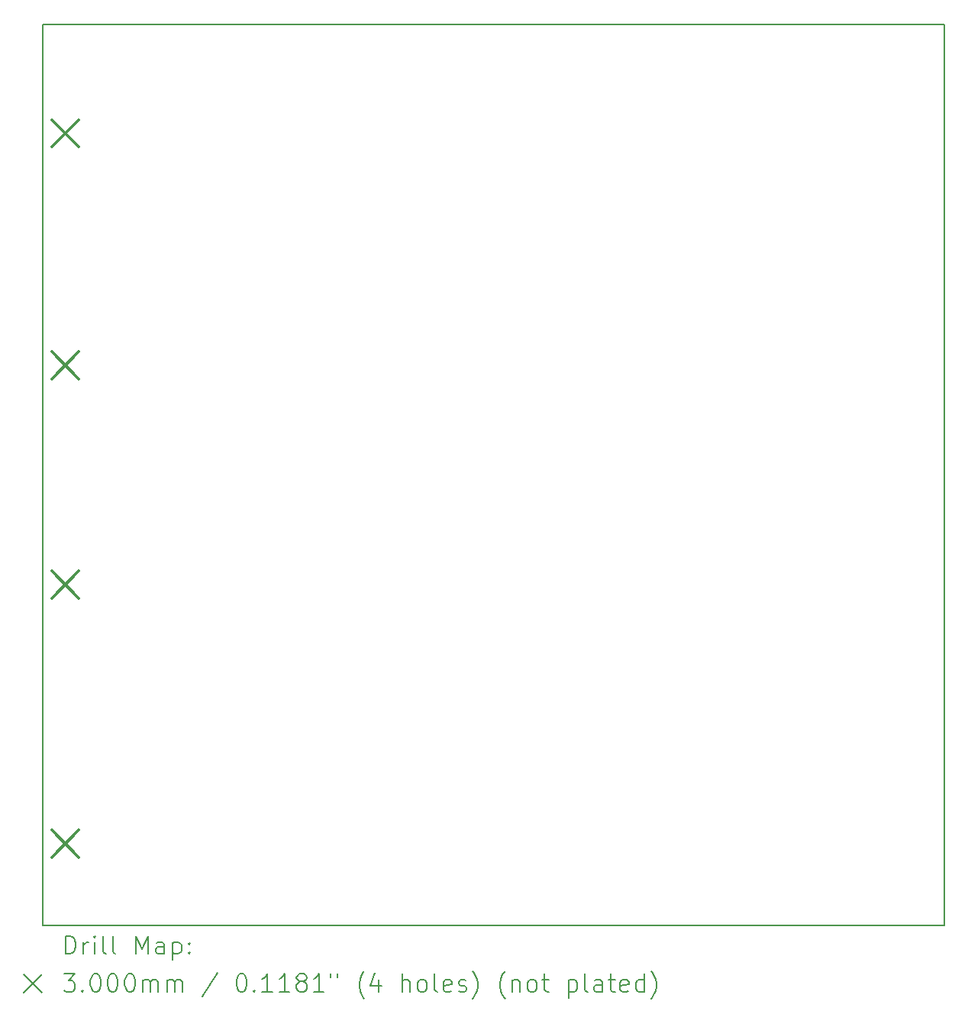
<source format=gbr>
%TF.GenerationSoftware,KiCad,Pcbnew,7.0.7+dfsg-1*%
%TF.CreationDate,2024-05-02T13:52:33+03:00*%
%TF.ProjectId,UA4C-vC5,55413443-2d76-4433-952e-6b696361645f,C5*%
%TF.SameCoordinates,Original*%
%TF.FileFunction,Drillmap*%
%TF.FilePolarity,Positive*%
%FSLAX45Y45*%
G04 Gerber Fmt 4.5, Leading zero omitted, Abs format (unit mm)*
G04 Created by KiCad (PCBNEW 7.0.7+dfsg-1) date 2024-05-02 13:52:33*
%MOMM*%
%LPD*%
G01*
G04 APERTURE LIST*
%ADD10C,0.150000*%
%ADD11C,0.200000*%
%ADD12C,0.300000*%
G04 APERTURE END LIST*
D10*
X19000000Y-6312500D02*
X9000000Y-6312500D01*
X9000000Y-6312500D02*
X9000000Y-16287500D01*
X19000000Y-16287500D02*
X19000000Y-6312500D01*
X9000000Y-16287500D02*
X19000000Y-16287500D01*
D11*
D12*
X9100500Y-7366000D02*
X9400500Y-7666000D01*
X9400500Y-7366000D02*
X9100500Y-7666000D01*
X9100500Y-9936000D02*
X9400500Y-10236000D01*
X9400500Y-9936000D02*
X9100500Y-10236000D01*
X9100500Y-12366000D02*
X9400500Y-12666000D01*
X9400500Y-12366000D02*
X9100500Y-12666000D01*
X9100500Y-15236000D02*
X9400500Y-15536000D01*
X9400500Y-15236000D02*
X9100500Y-15536000D01*
D11*
X9253277Y-16606484D02*
X9253277Y-16406484D01*
X9253277Y-16406484D02*
X9300896Y-16406484D01*
X9300896Y-16406484D02*
X9329467Y-16416008D01*
X9329467Y-16416008D02*
X9348515Y-16435055D01*
X9348515Y-16435055D02*
X9358039Y-16454103D01*
X9358039Y-16454103D02*
X9367563Y-16492198D01*
X9367563Y-16492198D02*
X9367563Y-16520769D01*
X9367563Y-16520769D02*
X9358039Y-16558865D01*
X9358039Y-16558865D02*
X9348515Y-16577912D01*
X9348515Y-16577912D02*
X9329467Y-16596960D01*
X9329467Y-16596960D02*
X9300896Y-16606484D01*
X9300896Y-16606484D02*
X9253277Y-16606484D01*
X9453277Y-16606484D02*
X9453277Y-16473150D01*
X9453277Y-16511246D02*
X9462801Y-16492198D01*
X9462801Y-16492198D02*
X9472324Y-16482674D01*
X9472324Y-16482674D02*
X9491372Y-16473150D01*
X9491372Y-16473150D02*
X9510420Y-16473150D01*
X9577086Y-16606484D02*
X9577086Y-16473150D01*
X9577086Y-16406484D02*
X9567563Y-16416008D01*
X9567563Y-16416008D02*
X9577086Y-16425531D01*
X9577086Y-16425531D02*
X9586610Y-16416008D01*
X9586610Y-16416008D02*
X9577086Y-16406484D01*
X9577086Y-16406484D02*
X9577086Y-16425531D01*
X9700896Y-16606484D02*
X9681848Y-16596960D01*
X9681848Y-16596960D02*
X9672324Y-16577912D01*
X9672324Y-16577912D02*
X9672324Y-16406484D01*
X9805658Y-16606484D02*
X9786610Y-16596960D01*
X9786610Y-16596960D02*
X9777086Y-16577912D01*
X9777086Y-16577912D02*
X9777086Y-16406484D01*
X10034229Y-16606484D02*
X10034229Y-16406484D01*
X10034229Y-16406484D02*
X10100896Y-16549341D01*
X10100896Y-16549341D02*
X10167563Y-16406484D01*
X10167563Y-16406484D02*
X10167563Y-16606484D01*
X10348515Y-16606484D02*
X10348515Y-16501722D01*
X10348515Y-16501722D02*
X10338991Y-16482674D01*
X10338991Y-16482674D02*
X10319944Y-16473150D01*
X10319944Y-16473150D02*
X10281848Y-16473150D01*
X10281848Y-16473150D02*
X10262801Y-16482674D01*
X10348515Y-16596960D02*
X10329467Y-16606484D01*
X10329467Y-16606484D02*
X10281848Y-16606484D01*
X10281848Y-16606484D02*
X10262801Y-16596960D01*
X10262801Y-16596960D02*
X10253277Y-16577912D01*
X10253277Y-16577912D02*
X10253277Y-16558865D01*
X10253277Y-16558865D02*
X10262801Y-16539817D01*
X10262801Y-16539817D02*
X10281848Y-16530293D01*
X10281848Y-16530293D02*
X10329467Y-16530293D01*
X10329467Y-16530293D02*
X10348515Y-16520769D01*
X10443753Y-16473150D02*
X10443753Y-16673150D01*
X10443753Y-16482674D02*
X10462801Y-16473150D01*
X10462801Y-16473150D02*
X10500896Y-16473150D01*
X10500896Y-16473150D02*
X10519944Y-16482674D01*
X10519944Y-16482674D02*
X10529467Y-16492198D01*
X10529467Y-16492198D02*
X10538991Y-16511246D01*
X10538991Y-16511246D02*
X10538991Y-16568388D01*
X10538991Y-16568388D02*
X10529467Y-16587436D01*
X10529467Y-16587436D02*
X10519944Y-16596960D01*
X10519944Y-16596960D02*
X10500896Y-16606484D01*
X10500896Y-16606484D02*
X10462801Y-16606484D01*
X10462801Y-16606484D02*
X10443753Y-16596960D01*
X10624705Y-16587436D02*
X10634229Y-16596960D01*
X10634229Y-16596960D02*
X10624705Y-16606484D01*
X10624705Y-16606484D02*
X10615182Y-16596960D01*
X10615182Y-16596960D02*
X10624705Y-16587436D01*
X10624705Y-16587436D02*
X10624705Y-16606484D01*
X10624705Y-16482674D02*
X10634229Y-16492198D01*
X10634229Y-16492198D02*
X10624705Y-16501722D01*
X10624705Y-16501722D02*
X10615182Y-16492198D01*
X10615182Y-16492198D02*
X10624705Y-16482674D01*
X10624705Y-16482674D02*
X10624705Y-16501722D01*
X8792500Y-16835000D02*
X8992500Y-17035000D01*
X8992500Y-16835000D02*
X8792500Y-17035000D01*
X9234229Y-16826484D02*
X9358039Y-16826484D01*
X9358039Y-16826484D02*
X9291372Y-16902674D01*
X9291372Y-16902674D02*
X9319944Y-16902674D01*
X9319944Y-16902674D02*
X9338991Y-16912198D01*
X9338991Y-16912198D02*
X9348515Y-16921722D01*
X9348515Y-16921722D02*
X9358039Y-16940770D01*
X9358039Y-16940770D02*
X9358039Y-16988389D01*
X9358039Y-16988389D02*
X9348515Y-17007436D01*
X9348515Y-17007436D02*
X9338991Y-17016960D01*
X9338991Y-17016960D02*
X9319944Y-17026484D01*
X9319944Y-17026484D02*
X9262801Y-17026484D01*
X9262801Y-17026484D02*
X9243753Y-17016960D01*
X9243753Y-17016960D02*
X9234229Y-17007436D01*
X9443753Y-17007436D02*
X9453277Y-17016960D01*
X9453277Y-17016960D02*
X9443753Y-17026484D01*
X9443753Y-17026484D02*
X9434229Y-17016960D01*
X9434229Y-17016960D02*
X9443753Y-17007436D01*
X9443753Y-17007436D02*
X9443753Y-17026484D01*
X9577086Y-16826484D02*
X9596134Y-16826484D01*
X9596134Y-16826484D02*
X9615182Y-16836008D01*
X9615182Y-16836008D02*
X9624705Y-16845531D01*
X9624705Y-16845531D02*
X9634229Y-16864579D01*
X9634229Y-16864579D02*
X9643753Y-16902674D01*
X9643753Y-16902674D02*
X9643753Y-16950293D01*
X9643753Y-16950293D02*
X9634229Y-16988389D01*
X9634229Y-16988389D02*
X9624705Y-17007436D01*
X9624705Y-17007436D02*
X9615182Y-17016960D01*
X9615182Y-17016960D02*
X9596134Y-17026484D01*
X9596134Y-17026484D02*
X9577086Y-17026484D01*
X9577086Y-17026484D02*
X9558039Y-17016960D01*
X9558039Y-17016960D02*
X9548515Y-17007436D01*
X9548515Y-17007436D02*
X9538991Y-16988389D01*
X9538991Y-16988389D02*
X9529467Y-16950293D01*
X9529467Y-16950293D02*
X9529467Y-16902674D01*
X9529467Y-16902674D02*
X9538991Y-16864579D01*
X9538991Y-16864579D02*
X9548515Y-16845531D01*
X9548515Y-16845531D02*
X9558039Y-16836008D01*
X9558039Y-16836008D02*
X9577086Y-16826484D01*
X9767563Y-16826484D02*
X9786610Y-16826484D01*
X9786610Y-16826484D02*
X9805658Y-16836008D01*
X9805658Y-16836008D02*
X9815182Y-16845531D01*
X9815182Y-16845531D02*
X9824705Y-16864579D01*
X9824705Y-16864579D02*
X9834229Y-16902674D01*
X9834229Y-16902674D02*
X9834229Y-16950293D01*
X9834229Y-16950293D02*
X9824705Y-16988389D01*
X9824705Y-16988389D02*
X9815182Y-17007436D01*
X9815182Y-17007436D02*
X9805658Y-17016960D01*
X9805658Y-17016960D02*
X9786610Y-17026484D01*
X9786610Y-17026484D02*
X9767563Y-17026484D01*
X9767563Y-17026484D02*
X9748515Y-17016960D01*
X9748515Y-17016960D02*
X9738991Y-17007436D01*
X9738991Y-17007436D02*
X9729467Y-16988389D01*
X9729467Y-16988389D02*
X9719944Y-16950293D01*
X9719944Y-16950293D02*
X9719944Y-16902674D01*
X9719944Y-16902674D02*
X9729467Y-16864579D01*
X9729467Y-16864579D02*
X9738991Y-16845531D01*
X9738991Y-16845531D02*
X9748515Y-16836008D01*
X9748515Y-16836008D02*
X9767563Y-16826484D01*
X9958039Y-16826484D02*
X9977086Y-16826484D01*
X9977086Y-16826484D02*
X9996134Y-16836008D01*
X9996134Y-16836008D02*
X10005658Y-16845531D01*
X10005658Y-16845531D02*
X10015182Y-16864579D01*
X10015182Y-16864579D02*
X10024705Y-16902674D01*
X10024705Y-16902674D02*
X10024705Y-16950293D01*
X10024705Y-16950293D02*
X10015182Y-16988389D01*
X10015182Y-16988389D02*
X10005658Y-17007436D01*
X10005658Y-17007436D02*
X9996134Y-17016960D01*
X9996134Y-17016960D02*
X9977086Y-17026484D01*
X9977086Y-17026484D02*
X9958039Y-17026484D01*
X9958039Y-17026484D02*
X9938991Y-17016960D01*
X9938991Y-17016960D02*
X9929467Y-17007436D01*
X9929467Y-17007436D02*
X9919944Y-16988389D01*
X9919944Y-16988389D02*
X9910420Y-16950293D01*
X9910420Y-16950293D02*
X9910420Y-16902674D01*
X9910420Y-16902674D02*
X9919944Y-16864579D01*
X9919944Y-16864579D02*
X9929467Y-16845531D01*
X9929467Y-16845531D02*
X9938991Y-16836008D01*
X9938991Y-16836008D02*
X9958039Y-16826484D01*
X10110420Y-17026484D02*
X10110420Y-16893150D01*
X10110420Y-16912198D02*
X10119944Y-16902674D01*
X10119944Y-16902674D02*
X10138991Y-16893150D01*
X10138991Y-16893150D02*
X10167563Y-16893150D01*
X10167563Y-16893150D02*
X10186610Y-16902674D01*
X10186610Y-16902674D02*
X10196134Y-16921722D01*
X10196134Y-16921722D02*
X10196134Y-17026484D01*
X10196134Y-16921722D02*
X10205658Y-16902674D01*
X10205658Y-16902674D02*
X10224705Y-16893150D01*
X10224705Y-16893150D02*
X10253277Y-16893150D01*
X10253277Y-16893150D02*
X10272325Y-16902674D01*
X10272325Y-16902674D02*
X10281848Y-16921722D01*
X10281848Y-16921722D02*
X10281848Y-17026484D01*
X10377086Y-17026484D02*
X10377086Y-16893150D01*
X10377086Y-16912198D02*
X10386610Y-16902674D01*
X10386610Y-16902674D02*
X10405658Y-16893150D01*
X10405658Y-16893150D02*
X10434229Y-16893150D01*
X10434229Y-16893150D02*
X10453277Y-16902674D01*
X10453277Y-16902674D02*
X10462801Y-16921722D01*
X10462801Y-16921722D02*
X10462801Y-17026484D01*
X10462801Y-16921722D02*
X10472325Y-16902674D01*
X10472325Y-16902674D02*
X10491372Y-16893150D01*
X10491372Y-16893150D02*
X10519944Y-16893150D01*
X10519944Y-16893150D02*
X10538991Y-16902674D01*
X10538991Y-16902674D02*
X10548515Y-16921722D01*
X10548515Y-16921722D02*
X10548515Y-17026484D01*
X10938991Y-16816960D02*
X10767563Y-17074103D01*
X11196134Y-16826484D02*
X11215182Y-16826484D01*
X11215182Y-16826484D02*
X11234229Y-16836008D01*
X11234229Y-16836008D02*
X11243753Y-16845531D01*
X11243753Y-16845531D02*
X11253277Y-16864579D01*
X11253277Y-16864579D02*
X11262801Y-16902674D01*
X11262801Y-16902674D02*
X11262801Y-16950293D01*
X11262801Y-16950293D02*
X11253277Y-16988389D01*
X11253277Y-16988389D02*
X11243753Y-17007436D01*
X11243753Y-17007436D02*
X11234229Y-17016960D01*
X11234229Y-17016960D02*
X11215182Y-17026484D01*
X11215182Y-17026484D02*
X11196134Y-17026484D01*
X11196134Y-17026484D02*
X11177087Y-17016960D01*
X11177087Y-17016960D02*
X11167563Y-17007436D01*
X11167563Y-17007436D02*
X11158039Y-16988389D01*
X11158039Y-16988389D02*
X11148515Y-16950293D01*
X11148515Y-16950293D02*
X11148515Y-16902674D01*
X11148515Y-16902674D02*
X11158039Y-16864579D01*
X11158039Y-16864579D02*
X11167563Y-16845531D01*
X11167563Y-16845531D02*
X11177087Y-16836008D01*
X11177087Y-16836008D02*
X11196134Y-16826484D01*
X11348515Y-17007436D02*
X11358039Y-17016960D01*
X11358039Y-17016960D02*
X11348515Y-17026484D01*
X11348515Y-17026484D02*
X11338991Y-17016960D01*
X11338991Y-17016960D02*
X11348515Y-17007436D01*
X11348515Y-17007436D02*
X11348515Y-17026484D01*
X11548515Y-17026484D02*
X11434229Y-17026484D01*
X11491372Y-17026484D02*
X11491372Y-16826484D01*
X11491372Y-16826484D02*
X11472325Y-16855055D01*
X11472325Y-16855055D02*
X11453277Y-16874103D01*
X11453277Y-16874103D02*
X11434229Y-16883627D01*
X11738991Y-17026484D02*
X11624706Y-17026484D01*
X11681848Y-17026484D02*
X11681848Y-16826484D01*
X11681848Y-16826484D02*
X11662801Y-16855055D01*
X11662801Y-16855055D02*
X11643753Y-16874103D01*
X11643753Y-16874103D02*
X11624706Y-16883627D01*
X11853277Y-16912198D02*
X11834229Y-16902674D01*
X11834229Y-16902674D02*
X11824706Y-16893150D01*
X11824706Y-16893150D02*
X11815182Y-16874103D01*
X11815182Y-16874103D02*
X11815182Y-16864579D01*
X11815182Y-16864579D02*
X11824706Y-16845531D01*
X11824706Y-16845531D02*
X11834229Y-16836008D01*
X11834229Y-16836008D02*
X11853277Y-16826484D01*
X11853277Y-16826484D02*
X11891372Y-16826484D01*
X11891372Y-16826484D02*
X11910420Y-16836008D01*
X11910420Y-16836008D02*
X11919944Y-16845531D01*
X11919944Y-16845531D02*
X11929467Y-16864579D01*
X11929467Y-16864579D02*
X11929467Y-16874103D01*
X11929467Y-16874103D02*
X11919944Y-16893150D01*
X11919944Y-16893150D02*
X11910420Y-16902674D01*
X11910420Y-16902674D02*
X11891372Y-16912198D01*
X11891372Y-16912198D02*
X11853277Y-16912198D01*
X11853277Y-16912198D02*
X11834229Y-16921722D01*
X11834229Y-16921722D02*
X11824706Y-16931246D01*
X11824706Y-16931246D02*
X11815182Y-16950293D01*
X11815182Y-16950293D02*
X11815182Y-16988389D01*
X11815182Y-16988389D02*
X11824706Y-17007436D01*
X11824706Y-17007436D02*
X11834229Y-17016960D01*
X11834229Y-17016960D02*
X11853277Y-17026484D01*
X11853277Y-17026484D02*
X11891372Y-17026484D01*
X11891372Y-17026484D02*
X11910420Y-17016960D01*
X11910420Y-17016960D02*
X11919944Y-17007436D01*
X11919944Y-17007436D02*
X11929467Y-16988389D01*
X11929467Y-16988389D02*
X11929467Y-16950293D01*
X11929467Y-16950293D02*
X11919944Y-16931246D01*
X11919944Y-16931246D02*
X11910420Y-16921722D01*
X11910420Y-16921722D02*
X11891372Y-16912198D01*
X12119944Y-17026484D02*
X12005658Y-17026484D01*
X12062801Y-17026484D02*
X12062801Y-16826484D01*
X12062801Y-16826484D02*
X12043753Y-16855055D01*
X12043753Y-16855055D02*
X12024706Y-16874103D01*
X12024706Y-16874103D02*
X12005658Y-16883627D01*
X12196134Y-16826484D02*
X12196134Y-16864579D01*
X12272325Y-16826484D02*
X12272325Y-16864579D01*
X12567563Y-17102674D02*
X12558039Y-17093150D01*
X12558039Y-17093150D02*
X12538991Y-17064579D01*
X12538991Y-17064579D02*
X12529468Y-17045531D01*
X12529468Y-17045531D02*
X12519944Y-17016960D01*
X12519944Y-17016960D02*
X12510420Y-16969341D01*
X12510420Y-16969341D02*
X12510420Y-16931246D01*
X12510420Y-16931246D02*
X12519944Y-16883627D01*
X12519944Y-16883627D02*
X12529468Y-16855055D01*
X12529468Y-16855055D02*
X12538991Y-16836008D01*
X12538991Y-16836008D02*
X12558039Y-16807436D01*
X12558039Y-16807436D02*
X12567563Y-16797912D01*
X12729468Y-16893150D02*
X12729468Y-17026484D01*
X12681848Y-16816960D02*
X12634229Y-16959817D01*
X12634229Y-16959817D02*
X12758039Y-16959817D01*
X12986610Y-17026484D02*
X12986610Y-16826484D01*
X13072325Y-17026484D02*
X13072325Y-16921722D01*
X13072325Y-16921722D02*
X13062801Y-16902674D01*
X13062801Y-16902674D02*
X13043753Y-16893150D01*
X13043753Y-16893150D02*
X13015182Y-16893150D01*
X13015182Y-16893150D02*
X12996134Y-16902674D01*
X12996134Y-16902674D02*
X12986610Y-16912198D01*
X13196134Y-17026484D02*
X13177087Y-17016960D01*
X13177087Y-17016960D02*
X13167563Y-17007436D01*
X13167563Y-17007436D02*
X13158039Y-16988389D01*
X13158039Y-16988389D02*
X13158039Y-16931246D01*
X13158039Y-16931246D02*
X13167563Y-16912198D01*
X13167563Y-16912198D02*
X13177087Y-16902674D01*
X13177087Y-16902674D02*
X13196134Y-16893150D01*
X13196134Y-16893150D02*
X13224706Y-16893150D01*
X13224706Y-16893150D02*
X13243753Y-16902674D01*
X13243753Y-16902674D02*
X13253277Y-16912198D01*
X13253277Y-16912198D02*
X13262801Y-16931246D01*
X13262801Y-16931246D02*
X13262801Y-16988389D01*
X13262801Y-16988389D02*
X13253277Y-17007436D01*
X13253277Y-17007436D02*
X13243753Y-17016960D01*
X13243753Y-17016960D02*
X13224706Y-17026484D01*
X13224706Y-17026484D02*
X13196134Y-17026484D01*
X13377087Y-17026484D02*
X13358039Y-17016960D01*
X13358039Y-17016960D02*
X13348515Y-16997912D01*
X13348515Y-16997912D02*
X13348515Y-16826484D01*
X13529468Y-17016960D02*
X13510420Y-17026484D01*
X13510420Y-17026484D02*
X13472325Y-17026484D01*
X13472325Y-17026484D02*
X13453277Y-17016960D01*
X13453277Y-17016960D02*
X13443753Y-16997912D01*
X13443753Y-16997912D02*
X13443753Y-16921722D01*
X13443753Y-16921722D02*
X13453277Y-16902674D01*
X13453277Y-16902674D02*
X13472325Y-16893150D01*
X13472325Y-16893150D02*
X13510420Y-16893150D01*
X13510420Y-16893150D02*
X13529468Y-16902674D01*
X13529468Y-16902674D02*
X13538991Y-16921722D01*
X13538991Y-16921722D02*
X13538991Y-16940770D01*
X13538991Y-16940770D02*
X13443753Y-16959817D01*
X13615182Y-17016960D02*
X13634230Y-17026484D01*
X13634230Y-17026484D02*
X13672325Y-17026484D01*
X13672325Y-17026484D02*
X13691372Y-17016960D01*
X13691372Y-17016960D02*
X13700896Y-16997912D01*
X13700896Y-16997912D02*
X13700896Y-16988389D01*
X13700896Y-16988389D02*
X13691372Y-16969341D01*
X13691372Y-16969341D02*
X13672325Y-16959817D01*
X13672325Y-16959817D02*
X13643753Y-16959817D01*
X13643753Y-16959817D02*
X13624706Y-16950293D01*
X13624706Y-16950293D02*
X13615182Y-16931246D01*
X13615182Y-16931246D02*
X13615182Y-16921722D01*
X13615182Y-16921722D02*
X13624706Y-16902674D01*
X13624706Y-16902674D02*
X13643753Y-16893150D01*
X13643753Y-16893150D02*
X13672325Y-16893150D01*
X13672325Y-16893150D02*
X13691372Y-16902674D01*
X13767563Y-17102674D02*
X13777087Y-17093150D01*
X13777087Y-17093150D02*
X13796134Y-17064579D01*
X13796134Y-17064579D02*
X13805658Y-17045531D01*
X13805658Y-17045531D02*
X13815182Y-17016960D01*
X13815182Y-17016960D02*
X13824706Y-16969341D01*
X13824706Y-16969341D02*
X13824706Y-16931246D01*
X13824706Y-16931246D02*
X13815182Y-16883627D01*
X13815182Y-16883627D02*
X13805658Y-16855055D01*
X13805658Y-16855055D02*
X13796134Y-16836008D01*
X13796134Y-16836008D02*
X13777087Y-16807436D01*
X13777087Y-16807436D02*
X13767563Y-16797912D01*
X14129468Y-17102674D02*
X14119944Y-17093150D01*
X14119944Y-17093150D02*
X14100896Y-17064579D01*
X14100896Y-17064579D02*
X14091372Y-17045531D01*
X14091372Y-17045531D02*
X14081849Y-17016960D01*
X14081849Y-17016960D02*
X14072325Y-16969341D01*
X14072325Y-16969341D02*
X14072325Y-16931246D01*
X14072325Y-16931246D02*
X14081849Y-16883627D01*
X14081849Y-16883627D02*
X14091372Y-16855055D01*
X14091372Y-16855055D02*
X14100896Y-16836008D01*
X14100896Y-16836008D02*
X14119944Y-16807436D01*
X14119944Y-16807436D02*
X14129468Y-16797912D01*
X14205658Y-16893150D02*
X14205658Y-17026484D01*
X14205658Y-16912198D02*
X14215182Y-16902674D01*
X14215182Y-16902674D02*
X14234230Y-16893150D01*
X14234230Y-16893150D02*
X14262801Y-16893150D01*
X14262801Y-16893150D02*
X14281849Y-16902674D01*
X14281849Y-16902674D02*
X14291372Y-16921722D01*
X14291372Y-16921722D02*
X14291372Y-17026484D01*
X14415182Y-17026484D02*
X14396134Y-17016960D01*
X14396134Y-17016960D02*
X14386611Y-17007436D01*
X14386611Y-17007436D02*
X14377087Y-16988389D01*
X14377087Y-16988389D02*
X14377087Y-16931246D01*
X14377087Y-16931246D02*
X14386611Y-16912198D01*
X14386611Y-16912198D02*
X14396134Y-16902674D01*
X14396134Y-16902674D02*
X14415182Y-16893150D01*
X14415182Y-16893150D02*
X14443753Y-16893150D01*
X14443753Y-16893150D02*
X14462801Y-16902674D01*
X14462801Y-16902674D02*
X14472325Y-16912198D01*
X14472325Y-16912198D02*
X14481849Y-16931246D01*
X14481849Y-16931246D02*
X14481849Y-16988389D01*
X14481849Y-16988389D02*
X14472325Y-17007436D01*
X14472325Y-17007436D02*
X14462801Y-17016960D01*
X14462801Y-17016960D02*
X14443753Y-17026484D01*
X14443753Y-17026484D02*
X14415182Y-17026484D01*
X14538992Y-16893150D02*
X14615182Y-16893150D01*
X14567563Y-16826484D02*
X14567563Y-16997912D01*
X14567563Y-16997912D02*
X14577087Y-17016960D01*
X14577087Y-17016960D02*
X14596134Y-17026484D01*
X14596134Y-17026484D02*
X14615182Y-17026484D01*
X14834230Y-16893150D02*
X14834230Y-17093150D01*
X14834230Y-16902674D02*
X14853277Y-16893150D01*
X14853277Y-16893150D02*
X14891373Y-16893150D01*
X14891373Y-16893150D02*
X14910420Y-16902674D01*
X14910420Y-16902674D02*
X14919944Y-16912198D01*
X14919944Y-16912198D02*
X14929468Y-16931246D01*
X14929468Y-16931246D02*
X14929468Y-16988389D01*
X14929468Y-16988389D02*
X14919944Y-17007436D01*
X14919944Y-17007436D02*
X14910420Y-17016960D01*
X14910420Y-17016960D02*
X14891373Y-17026484D01*
X14891373Y-17026484D02*
X14853277Y-17026484D01*
X14853277Y-17026484D02*
X14834230Y-17016960D01*
X15043753Y-17026484D02*
X15024706Y-17016960D01*
X15024706Y-17016960D02*
X15015182Y-16997912D01*
X15015182Y-16997912D02*
X15015182Y-16826484D01*
X15205658Y-17026484D02*
X15205658Y-16921722D01*
X15205658Y-16921722D02*
X15196134Y-16902674D01*
X15196134Y-16902674D02*
X15177087Y-16893150D01*
X15177087Y-16893150D02*
X15138992Y-16893150D01*
X15138992Y-16893150D02*
X15119944Y-16902674D01*
X15205658Y-17016960D02*
X15186611Y-17026484D01*
X15186611Y-17026484D02*
X15138992Y-17026484D01*
X15138992Y-17026484D02*
X15119944Y-17016960D01*
X15119944Y-17016960D02*
X15110420Y-16997912D01*
X15110420Y-16997912D02*
X15110420Y-16978865D01*
X15110420Y-16978865D02*
X15119944Y-16959817D01*
X15119944Y-16959817D02*
X15138992Y-16950293D01*
X15138992Y-16950293D02*
X15186611Y-16950293D01*
X15186611Y-16950293D02*
X15205658Y-16940770D01*
X15272325Y-16893150D02*
X15348515Y-16893150D01*
X15300896Y-16826484D02*
X15300896Y-16997912D01*
X15300896Y-16997912D02*
X15310420Y-17016960D01*
X15310420Y-17016960D02*
X15329468Y-17026484D01*
X15329468Y-17026484D02*
X15348515Y-17026484D01*
X15491373Y-17016960D02*
X15472325Y-17026484D01*
X15472325Y-17026484D02*
X15434230Y-17026484D01*
X15434230Y-17026484D02*
X15415182Y-17016960D01*
X15415182Y-17016960D02*
X15405658Y-16997912D01*
X15405658Y-16997912D02*
X15405658Y-16921722D01*
X15405658Y-16921722D02*
X15415182Y-16902674D01*
X15415182Y-16902674D02*
X15434230Y-16893150D01*
X15434230Y-16893150D02*
X15472325Y-16893150D01*
X15472325Y-16893150D02*
X15491373Y-16902674D01*
X15491373Y-16902674D02*
X15500896Y-16921722D01*
X15500896Y-16921722D02*
X15500896Y-16940770D01*
X15500896Y-16940770D02*
X15405658Y-16959817D01*
X15672325Y-17026484D02*
X15672325Y-16826484D01*
X15672325Y-17016960D02*
X15653277Y-17026484D01*
X15653277Y-17026484D02*
X15615182Y-17026484D01*
X15615182Y-17026484D02*
X15596134Y-17016960D01*
X15596134Y-17016960D02*
X15586611Y-17007436D01*
X15586611Y-17007436D02*
X15577087Y-16988389D01*
X15577087Y-16988389D02*
X15577087Y-16931246D01*
X15577087Y-16931246D02*
X15586611Y-16912198D01*
X15586611Y-16912198D02*
X15596134Y-16902674D01*
X15596134Y-16902674D02*
X15615182Y-16893150D01*
X15615182Y-16893150D02*
X15653277Y-16893150D01*
X15653277Y-16893150D02*
X15672325Y-16902674D01*
X15748515Y-17102674D02*
X15758039Y-17093150D01*
X15758039Y-17093150D02*
X15777087Y-17064579D01*
X15777087Y-17064579D02*
X15786611Y-17045531D01*
X15786611Y-17045531D02*
X15796134Y-17016960D01*
X15796134Y-17016960D02*
X15805658Y-16969341D01*
X15805658Y-16969341D02*
X15805658Y-16931246D01*
X15805658Y-16931246D02*
X15796134Y-16883627D01*
X15796134Y-16883627D02*
X15786611Y-16855055D01*
X15786611Y-16855055D02*
X15777087Y-16836008D01*
X15777087Y-16836008D02*
X15758039Y-16807436D01*
X15758039Y-16807436D02*
X15748515Y-16797912D01*
M02*

</source>
